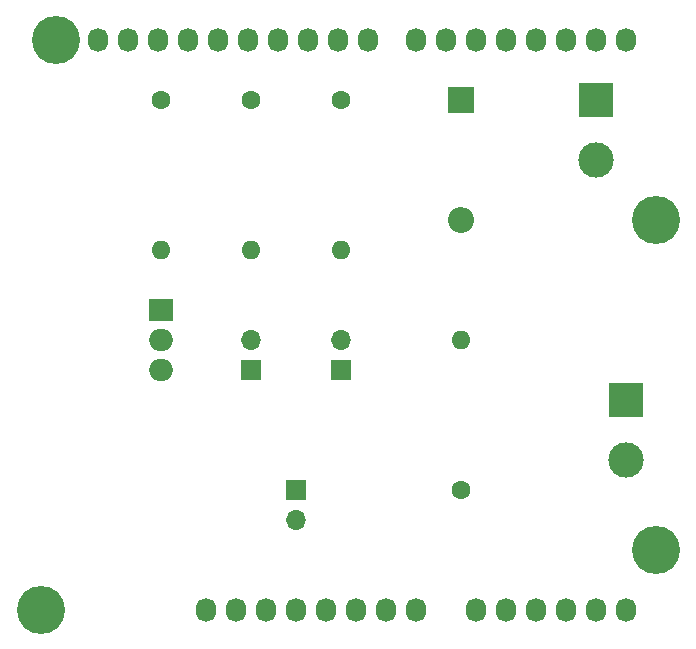
<source format=gbl>
G04 #@! TF.GenerationSoftware,KiCad,Pcbnew,(5.0.2)-1*
G04 #@! TF.CreationDate,2018-12-31T00:39:44+01:00*
G04 #@! TF.ProjectId,pcb,7063622e-6b69-4636-9164-5f7063625858,1.1*
G04 #@! TF.SameCoordinates,Original*
G04 #@! TF.FileFunction,Copper,L2,Bot*
G04 #@! TF.FilePolarity,Positive*
%FSLAX46Y46*%
G04 Gerber Fmt 4.6, Leading zero omitted, Abs format (unit mm)*
G04 Created by KiCad (PCBNEW (5.0.2)-1) date 31/12/2018 00:39:44*
%MOMM*%
%LPD*%
G01*
G04 APERTURE LIST*
G04 #@! TA.AperFunction,ComponentPad*
%ADD10O,1.727200X2.032000*%
G04 #@! TD*
G04 #@! TA.AperFunction,ComponentPad*
%ADD11C,4.064000*%
G04 #@! TD*
G04 #@! TA.AperFunction,ComponentPad*
%ADD12O,2.200000X2.200000*%
G04 #@! TD*
G04 #@! TA.AperFunction,ComponentPad*
%ADD13R,2.200000X2.200000*%
G04 #@! TD*
G04 #@! TA.AperFunction,ComponentPad*
%ADD14R,3.000000X3.000000*%
G04 #@! TD*
G04 #@! TA.AperFunction,ComponentPad*
%ADD15C,3.000000*%
G04 #@! TD*
G04 #@! TA.AperFunction,ComponentPad*
%ADD16O,2.000000X1.905000*%
G04 #@! TD*
G04 #@! TA.AperFunction,ComponentPad*
%ADD17R,2.000000X1.905000*%
G04 #@! TD*
G04 #@! TA.AperFunction,ComponentPad*
%ADD18C,1.600000*%
G04 #@! TD*
G04 #@! TA.AperFunction,ComponentPad*
%ADD19O,1.600000X1.600000*%
G04 #@! TD*
G04 #@! TA.AperFunction,ComponentPad*
%ADD20R,1.700000X1.700000*%
G04 #@! TD*
G04 #@! TA.AperFunction,ComponentPad*
%ADD21O,1.700000X1.700000*%
G04 #@! TD*
G04 APERTURE END LIST*
D10*
G04 #@! TO.P,P1,1*
G04 #@! TO.N,Net-(P1-Pad1)*
X138938000Y-123825000D03*
G04 #@! TO.P,P1,2*
G04 #@! TO.N,/IOREF*
X141478000Y-123825000D03*
G04 #@! TO.P,P1,3*
G04 #@! TO.N,/Reset*
X144018000Y-123825000D03*
G04 #@! TO.P,P1,4*
G04 #@! TO.N,+3V3*
X146558000Y-123825000D03*
G04 #@! TO.P,P1,5*
G04 #@! TO.N,Net-(P1-Pad5)*
X149098000Y-123825000D03*
G04 #@! TO.P,P1,6*
G04 #@! TO.N,GND*
X151638000Y-123825000D03*
G04 #@! TO.P,P1,7*
X154178000Y-123825000D03*
G04 #@! TO.P,P1,8*
G04 #@! TO.N,/Vin*
X156718000Y-123825000D03*
G04 #@! TD*
G04 #@! TO.P,P2,1*
G04 #@! TO.N,/A0*
X161798000Y-123825000D03*
G04 #@! TO.P,P2,2*
G04 #@! TO.N,/A1*
X164338000Y-123825000D03*
G04 #@! TO.P,P2,3*
G04 #@! TO.N,/A2*
X166878000Y-123825000D03*
G04 #@! TO.P,P2,4*
G04 #@! TO.N,/A3*
X169418000Y-123825000D03*
G04 #@! TO.P,P2,5*
G04 #@! TO.N,/A4(SDA)*
X171958000Y-123825000D03*
G04 #@! TO.P,P2,6*
G04 #@! TO.N,/A5(SCL)*
X174498000Y-123825000D03*
G04 #@! TD*
G04 #@! TO.P,P3,1*
G04 #@! TO.N,Net-(P3-Pad1)*
X129794000Y-75565000D03*
G04 #@! TO.P,P3,2*
G04 #@! TO.N,Net-(P3-Pad2)*
X132334000Y-75565000D03*
G04 #@! TO.P,P3,3*
G04 #@! TO.N,/AREF*
X134874000Y-75565000D03*
G04 #@! TO.P,P3,4*
G04 #@! TO.N,Net-(P3-Pad4)*
X137414000Y-75565000D03*
G04 #@! TO.P,P3,5*
G04 #@! TO.N,/13(SCK)*
X139954000Y-75565000D03*
G04 #@! TO.P,P3,6*
G04 #@! TO.N,/12(MISO)*
X142494000Y-75565000D03*
G04 #@! TO.P,P3,7*
G04 #@! TO.N,/11(\002A\002A/MOSI)*
X145034000Y-75565000D03*
G04 #@! TO.P,P3,8*
G04 #@! TO.N,/10(\002A\002A/SS)*
X147574000Y-75565000D03*
G04 #@! TO.P,P3,9*
G04 #@! TO.N,/9(\002A\002A)*
X150114000Y-75565000D03*
G04 #@! TO.P,P3,10*
G04 #@! TO.N,/8*
X152654000Y-75565000D03*
G04 #@! TD*
G04 #@! TO.P,P4,1*
G04 #@! TO.N,/7*
X156718000Y-75565000D03*
G04 #@! TO.P,P4,2*
G04 #@! TO.N,/6(\002A\002A)*
X159258000Y-75565000D03*
G04 #@! TO.P,P4,3*
G04 #@! TO.N,/5(\002A\002A)*
X161798000Y-75565000D03*
G04 #@! TO.P,P4,4*
G04 #@! TO.N,/4*
X164338000Y-75565000D03*
G04 #@! TO.P,P4,5*
G04 #@! TO.N,/3(\002A\002A)*
X166878000Y-75565000D03*
G04 #@! TO.P,P4,6*
G04 #@! TO.N,/2*
X169418000Y-75565000D03*
G04 #@! TO.P,P4,7*
G04 #@! TO.N,/1(Tx)*
X171958000Y-75565000D03*
G04 #@! TO.P,P4,8*
G04 #@! TO.N,/0(Rx)*
X174498000Y-75565000D03*
G04 #@! TD*
D11*
G04 #@! TO.P,P5,1*
G04 #@! TO.N,Net-(P5-Pad1)*
X124968000Y-123825000D03*
G04 #@! TD*
G04 #@! TO.P,P6,1*
G04 #@! TO.N,Net-(P6-Pad1)*
X177038000Y-118745000D03*
G04 #@! TD*
G04 #@! TO.P,P7,1*
G04 #@! TO.N,Net-(P7-Pad1)*
X126238000Y-75565000D03*
G04 #@! TD*
G04 #@! TO.P,P8,1*
G04 #@! TO.N,Net-(P8-Pad1)*
X177038000Y-90805000D03*
G04 #@! TD*
D12*
G04 #@! TO.P,D1,2*
G04 #@! TO.N,Net-(D1-Pad2)*
X160528000Y-90805000D03*
D13*
G04 #@! TO.P,D1,1*
G04 #@! TO.N,GND*
X160528000Y-80645000D03*
G04 #@! TD*
D14*
G04 #@! TO.P,J_ALIM1,1*
G04 #@! TO.N,Net-(J_ALIM1-Pad1)*
X174498000Y-106045000D03*
D15*
G04 #@! TO.P,J_ALIM1,2*
G04 #@! TO.N,GND*
X174498000Y-111125000D03*
G04 #@! TD*
G04 #@! TO.P,J_MAGNET1,2*
G04 #@! TO.N,Net-(J_ALIM1-Pad1)*
X171958000Y-85725000D03*
D14*
G04 #@! TO.P,J_MAGNET1,1*
G04 #@! TO.N,Net-(D1-Pad2)*
X171958000Y-80645000D03*
G04 #@! TD*
D16*
G04 #@! TO.P,Q1,3*
G04 #@! TO.N,GND*
X135128000Y-103505000D03*
G04 #@! TO.P,Q1,2*
G04 #@! TO.N,Net-(D1-Pad2)*
X135128000Y-100965000D03*
D17*
G04 #@! TO.P,Q1,1*
G04 #@! TO.N,Net-(Q1-Pad1)*
X135128000Y-98425000D03*
G04 #@! TD*
D18*
G04 #@! TO.P,R1,1*
G04 #@! TO.N,/13(SCK)*
X135128000Y-80645000D03*
D19*
G04 #@! TO.P,R1,2*
G04 #@! TO.N,Net-(Q1-Pad1)*
X135128000Y-93345000D03*
G04 #@! TD*
D18*
G04 #@! TO.P,R2,1*
G04 #@! TO.N,/12(MISO)*
X142748000Y-80645000D03*
D19*
G04 #@! TO.P,R2,2*
G04 #@! TO.N,Net-(DGREEN1-Pad2)*
X142748000Y-93345000D03*
G04 #@! TD*
G04 #@! TO.P,R3,2*
G04 #@! TO.N,Net-(DRED1-Pad2)*
X150368000Y-93345000D03*
D18*
G04 #@! TO.P,R3,1*
G04 #@! TO.N,/11(\002A\002A/MOSI)*
X150368000Y-80645000D03*
G04 #@! TD*
D19*
G04 #@! TO.P,R4,2*
G04 #@! TO.N,GND*
X160528000Y-100965000D03*
D18*
G04 #@! TO.P,R4,1*
G04 #@! TO.N,/A4(SDA)*
X160528000Y-113665000D03*
G04 #@! TD*
D20*
G04 #@! TO.P,R0,1*
G04 #@! TO.N,/A4(SDA)*
X146558000Y-113665000D03*
D21*
G04 #@! TO.P,R0,2*
G04 #@! TO.N,+3V3*
X146558000Y-116205000D03*
G04 #@! TD*
D20*
G04 #@! TO.P,DGREEN1,1*
G04 #@! TO.N,GND*
X142748000Y-103505000D03*
D21*
G04 #@! TO.P,DGREEN1,2*
G04 #@! TO.N,Net-(DGREEN1-Pad2)*
X142748000Y-100965000D03*
G04 #@! TD*
G04 #@! TO.P,DRED1,2*
G04 #@! TO.N,Net-(DRED1-Pad2)*
X150368000Y-100965000D03*
D20*
G04 #@! TO.P,DRED1,1*
G04 #@! TO.N,GND*
X150368000Y-103505000D03*
G04 #@! TD*
M02*

</source>
